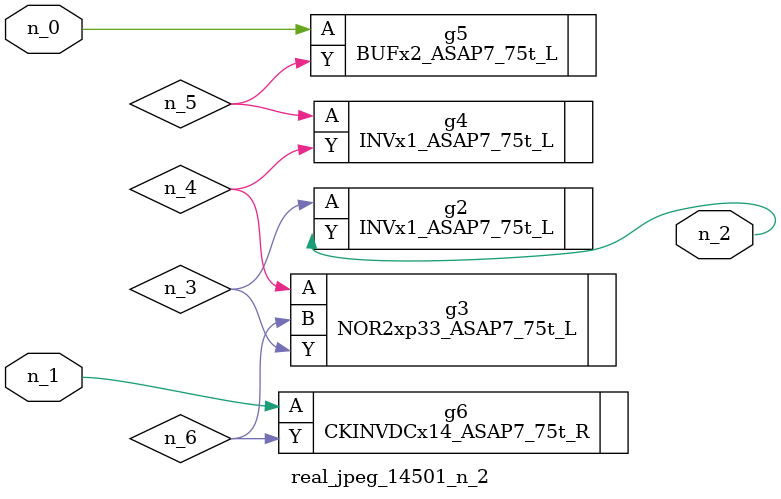
<source format=v>
module real_jpeg_14501_n_2 (n_1, n_0, n_2);

input n_1;
input n_0;

output n_2;

wire n_5;
wire n_4;
wire n_6;
wire n_3;

BUFx2_ASAP7_75t_L g5 ( 
.A(n_0),
.Y(n_5)
);

CKINVDCx14_ASAP7_75t_R g6 ( 
.A(n_1),
.Y(n_6)
);

INVx1_ASAP7_75t_L g2 ( 
.A(n_3),
.Y(n_2)
);

NOR2xp33_ASAP7_75t_L g3 ( 
.A(n_4),
.B(n_6),
.Y(n_3)
);

INVx1_ASAP7_75t_L g4 ( 
.A(n_5),
.Y(n_4)
);


endmodule
</source>
